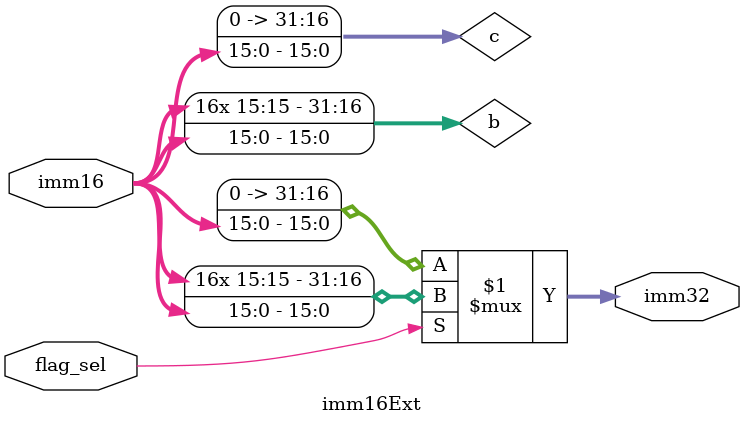
<source format=v>
module imm16Ext(
    input [15:0] imm16,
    input flag_sel,
    output [31:0] imm32);
wire [31:0] b,c;
assign b = {{16{imm16[15]}},imm16};
assign c = {{16{1'b0}},imm16};

assign imm32 = (flag_sel)?b:c;

endmodule
</source>
